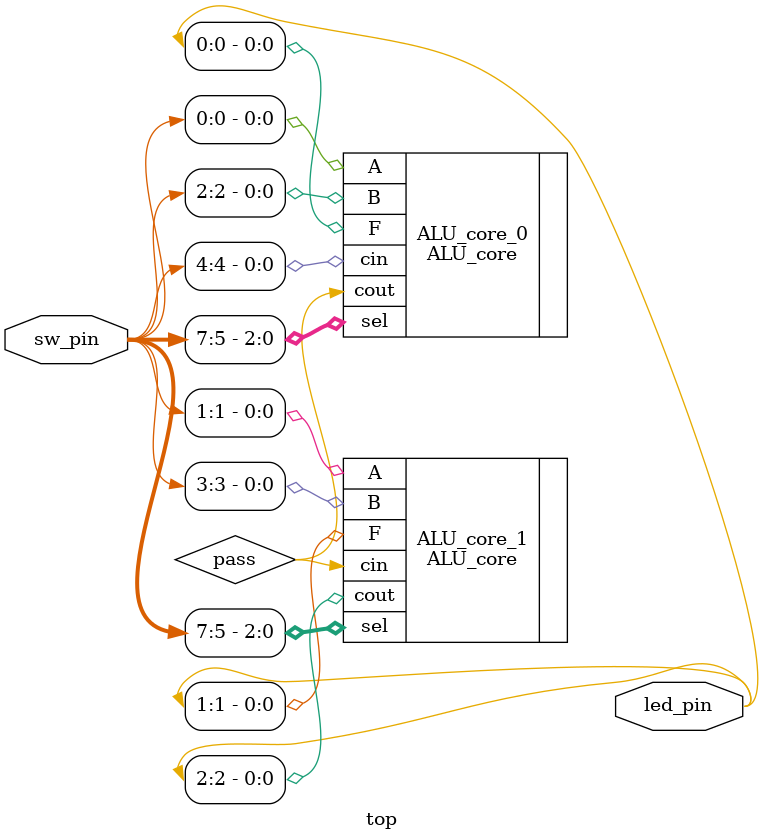
<source format=sv>
`timescale 1ns / 1ps

module top(
input wire [7:0]sw_pin,
//sw_pin[7:5]: sel[2:0] 
//sw_pin[4]: cin
//sw_pin[3:2]: B[1:0]
//sw_pin[1:0]: A[1:0]
output reg [2:0]led_pin
//led_pin[2]: cout
//led_pin[1:0]: F[1:0]
);

wire pass;

ALU_core ALU_core_0(
.sel(sw_pin[7:5]),//opcode
.cin(sw_pin[4]),//carry
.cout(pass),
.A(sw_pin[0]),//data
.B(sw_pin[2]),
.F(led_pin[0])
);

ALU_core ALU_core_1(
.sel(sw_pin[7:5]),//opcode
.cin(pass),//carry
.cout(led_pin[2]),
.A(sw_pin[1]),//data
.B(sw_pin[3]),
.F(led_pin[1])
);

endmodule

</source>
